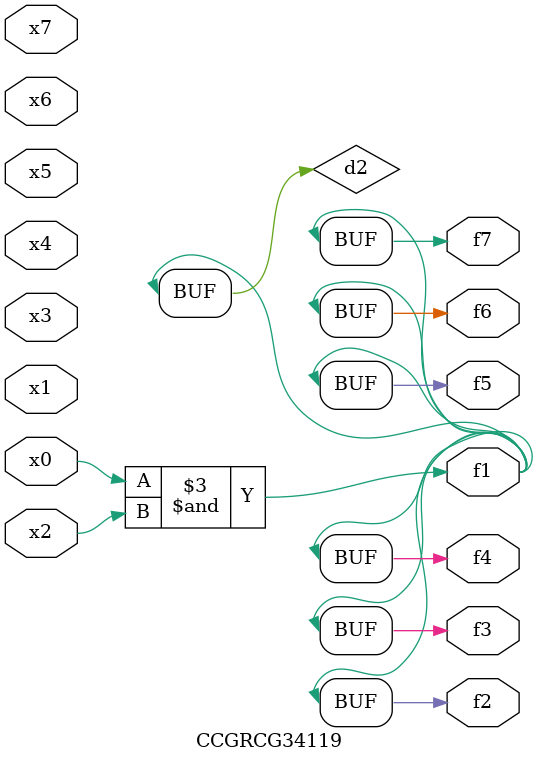
<source format=v>
module CCGRCG34119(
	input x0, x1, x2, x3, x4, x5, x6, x7,
	output f1, f2, f3, f4, f5, f6, f7
);

	wire d1, d2;

	nor (d1, x3, x6);
	and (d2, x0, x2);
	assign f1 = d2;
	assign f2 = d2;
	assign f3 = d2;
	assign f4 = d2;
	assign f5 = d2;
	assign f6 = d2;
	assign f7 = d2;
endmodule

</source>
